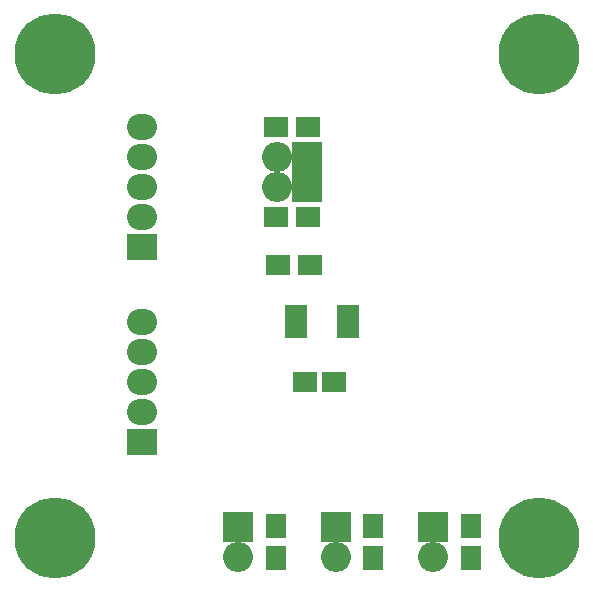
<source format=gts>
G04 #@! TF.FileFunction,Soldermask,Top*
%FSLAX46Y46*%
G04 Gerber Fmt 4.6, Leading zero omitted, Abs format (unit mm)*
G04 Created by KiCad (PCBNEW (after 2015-mar-04 BZR unknown)-product) date 10/20/2015 10:23:19 AM*
%MOMM*%
G01*
G04 APERTURE LIST*
%ADD10C,0.150000*%
%ADD11R,2.540000X2.540000*%
%ADD12O,2.540000X2.540000*%
%ADD13R,1.808000X2.008000*%
%ADD14R,2.008000X1.808000*%
%ADD15C,6.858000*%
%ADD16R,2.540000X2.235200*%
%ADD17O,2.540000X2.235200*%
%ADD18R,1.958000X0.958000*%
%ADD19R,2.008000X1.758000*%
G04 APERTURE END LIST*
D10*
D11*
X36068000Y-44069000D03*
D12*
X36068000Y-46609000D03*
D13*
X22733000Y-46689000D03*
X22733000Y-43989000D03*
X30988000Y-46689000D03*
X30988000Y-43989000D03*
X39243000Y-46689000D03*
X39243000Y-43989000D03*
D14*
X22780000Y-17780000D03*
X25480000Y-17780000D03*
X22780000Y-10160000D03*
X25480000Y-10160000D03*
D15*
X4000000Y-45000000D03*
X4000000Y-4000000D03*
X45000000Y-45000000D03*
X45000000Y-4000000D03*
D11*
X19558000Y-44069000D03*
D12*
X19558000Y-46609000D03*
D11*
X27813000Y-44069000D03*
D12*
X27813000Y-46609000D03*
D11*
X25400000Y-12700000D03*
D12*
X22860000Y-12700000D03*
D11*
X25400000Y-15240000D03*
D12*
X22860000Y-15240000D03*
D16*
X11430000Y-20320000D03*
D17*
X11430000Y-17780000D03*
X11430000Y-15240000D03*
X11430000Y-12700000D03*
X11430000Y-10160000D03*
D16*
X11430000Y-36830000D03*
D17*
X11430000Y-34290000D03*
X11430000Y-31750000D03*
X11430000Y-29210000D03*
X11430000Y-26670000D03*
D18*
X24470000Y-25695000D03*
X24470000Y-26345000D03*
X24470000Y-26995000D03*
X24470000Y-27645000D03*
X28870000Y-27645000D03*
X28870000Y-26995000D03*
X28870000Y-26345000D03*
X28870000Y-25695000D03*
D14*
X25607000Y-21844000D03*
X22907000Y-21844000D03*
D19*
X27666000Y-31750000D03*
X25166000Y-31750000D03*
M02*

</source>
